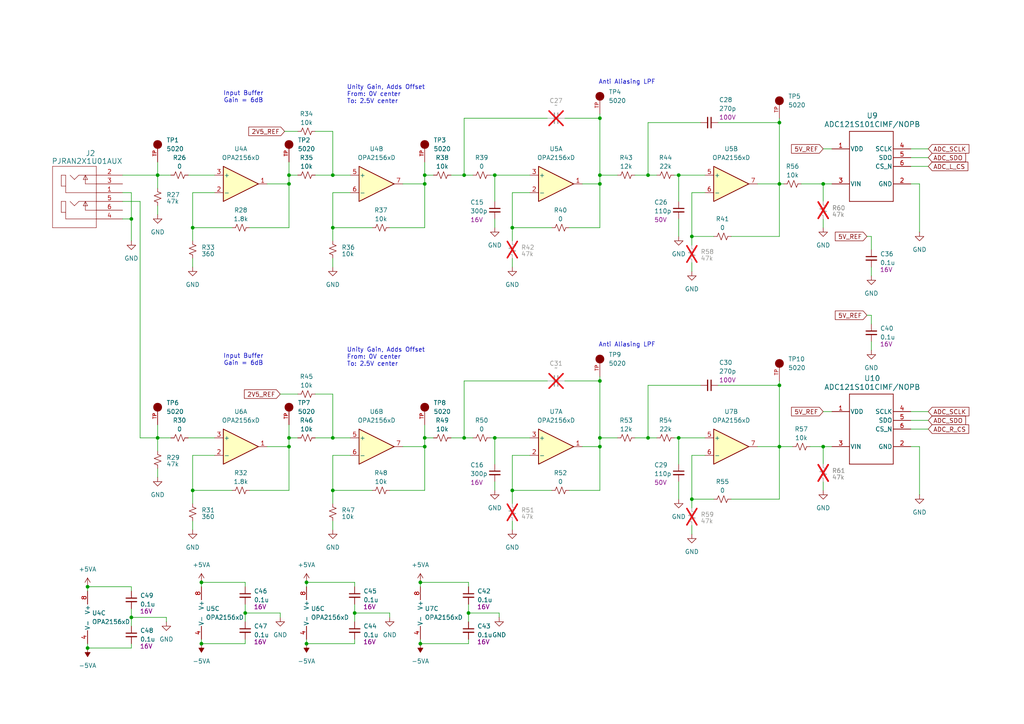
<source format=kicad_sch>
(kicad_sch (version 20231120) (generator "eeschema") (generator_version "8.0")
  (paper "A4")
  (lib_symbols
    (symbol "1_User_Library:5020" (pin_names (offset 1.016))
      (property "Reference" "TP" (at -2.5444 2.5415 0))
      (property "Value" "5020" (at -2.55 -5.0866 0))
      (symbol "5020_0_0"
        (pin passive line (at -5.08 0 0) (length 5.08) (name "~") (number "TP"))
      )
    )
    (symbol "1_User_Library:ADC121S101CIMF_NOPB" (pin_names (offset 0.254))
      (property "Reference" "U" (at 6.35 14.224 0))
      (property "Value" "ADC121S101CIMF/NOPB" (at 6.35 11.684 0))
      (symbol "ADC121S101CIMF_NOPB_0_1"
        (pin power_in line (at -5.08 5.08 0) (length 5.08) (name "VDD") (number "1"))
        (pin power_in line (at 17.78 -5.08 180) (length 5.08) (name "GND") (number "2"))
        (pin input line (at -5.08 -5.08 0) (length 5.08) (name "VIN") (number "3"))
        (pin input line (at 17.78 5.08 180) (length 5.08) (name "SCLK") (number "4"))
        (pin output line (at 17.78 2.54 180) (length 5.08) (name "SDO") (number "5"))
        (pin input line (at 17.78 0 180) (length 5.08) (name "CS_N") (number "6"))
      )
    )
    (symbol "1_User_Library:Capacitor_non_polar" (pin_numbers hide) (pin_names (offset 0.254) hide)
      (property "Reference" "C" (at 0.254 1.778 0))
      (symbol "Capacitor_non_polar_1_1"
        (pin passive line (at 0 2.54 270) (length 2.032) (name "~") (number "1"))
        (pin passive line (at 0 -2.54 90) (length 2.032) (name "~") (number "2"))
      )
    )
    (symbol "1_User_Library:PJRAN2X1U01AUX" (pin_names (offset 0.254))
      (property "Reference" "J" (at 12.065 5.08 0))
      (property "Value" "PJRAN2X1U01AUX" (at 11.938 3.81 0))
      (symbol "PJRAN2X1U01AUX_1_0"
        (pin unspecified line (at -2.54 -5.08 0) (length 7.62) (name "") (number "1"))
        (pin unspecified line (at -2.54 0 0) (length 7.62) (name "") (number "2"))
        (pin unspecified line (at -2.54 -2.54 0) (length 7.62) (name "") (number "3"))
        (pin unspecified line (at -2.54 -12.7 0) (length 7.62) (name "") (number "4"))
        (pin unspecified line (at -2.54 -7.62 0) (length 7.62) (name "") (number "5"))
        (pin unspecified line (at -2.54 -10.16 0) (length 7.62) (name "") (number "6"))
      )
    )
    (symbol "1_User_Library:Resistor" (pin_numbers hide) (pin_names (offset 0.254) hide)
      (property "Reference" "R" (at 0.762 0.508 0))
      (symbol "Resistor_1_1"
        (pin passive line (at 0 2.54 270) (length 1.016) (name "~") (number "1"))
        (pin passive line (at 0 -2.54 90) (length 1.016) (name "~") (number "2"))
      )
    )
    (symbol "Amplifier_Operational:OPA2156xD" (pin_names (offset 0.127))
      (property "Reference" "U" (at 2.54 6.35 0))
      (property "Value" "OPA2156xD" (at 2.54 3.81 0))
      (symbol "OPA2156xD_1_1"
        (pin output line (at 7.62 0 180) (length 2.54) (name "~") (number "1"))
        (pin input line (at -7.62 -2.54 0) (length 2.54) (name "-") (number "2"))
        (pin input line (at -7.62 2.54 0) (length 2.54) (name "+") (number "3"))
      )
      (symbol "OPA2156xD_2_1"
        (pin input line (at -7.62 2.54 0) (length 2.54) (name "+") (number "5"))
        (pin input line (at -7.62 -2.54 0) (length 2.54) (name "-") (number "6"))
        (pin output line (at 7.62 0 180) (length 2.54) (name "~") (number "7"))
      )
      (symbol "OPA2156xD_3_1"
        (pin power_in line (at 0 -7.62 90) (length 3.81) (name "V-") (number "4"))
        (pin power_in line (at 0 7.62 270) (length 3.81) (name "V+") (number "8"))
      )
    )
    (symbol "Capacitor_non_polar_1" (pin_numbers hide) (pin_names (offset 0.254) hide)
      (property "Reference" "C" (at 2.54 1.778 0))
      (property "Value" "val" (at 2.54 0 0))
      (property "Voltage" "Vol" (at 2.54 -2.032 0))
      (symbol "Capacitor_non_polar_1_1_1"
        (pin passive line (at 0 2.54 270) (length 2.032) (name "~") (number "1"))
        (pin passive line (at 0 -2.54 90) (length 2.032) (name "~") (number "2"))
      )
    )
    (symbol "Capacitor_non_polar_5" (pin_numbers hide) (pin_names (offset 0.254) hide)
      (property "Reference" "C" (at 0.254 1.778 0))
      (symbol "Capacitor_non_polar_5_1_1"
        (pin passive line (at 0 2.54 270) (length 2.032) (name "~") (number "1"))
        (pin passive line (at 0 -2.54 90) (length 2.032) (name "~") (number "2"))
      )
    )
    (symbol "Capacitor_non_polar_6" (pin_numbers hide) (pin_names (offset 0.254) hide)
      (property "Reference" "C" (at 0.254 1.778 0))
      (symbol "Capacitor_non_polar_6_1_1"
        (pin passive line (at 0 2.54 270) (length 2.032) (name "~") (number "1"))
        (pin passive line (at 0 -2.54 90) (length 2.032) (name "~") (number "2"))
      )
    )
    (symbol "power:+5VA" (power) (pin_numbers hide) (pin_names (offset 0) hide)
      (property "Value" "+5VA" (at 0 3.556 0))
      (symbol "+5VA_1_1"
        (pin power_in line (at 0 0 90) (length 0) (name "~") (number "1"))
      )
    )
    (symbol "power:-5VA" (power) (pin_numbers hide) (pin_names (offset 0) hide)
      (property "Value" "-5VA" (at 0 3.556 0))
      (symbol "-5VA_0_0"
        (pin power_in line (at 0 0 90) (length 0) (name "~") (number "1"))
      )
    )
    (symbol "power:GND" (power) (pin_numbers hide) (pin_names (offset 0) hide)
      (property "Value" "GND" (at 0 -3.81 0))
      (symbol "GND_1_1"
        (pin power_in line (at 0 0 270) (length 0) (name "~") (number "1"))
      )
    )
  )
  (junction (at 173.99 129.54))
  (junction (at 123.19 53.34))
  (junction (at 134.62 127))
  (junction (at 143.51 127))
  (junction (at 200.66 144.78))
  (junction (at 83.82 129.54))
  (junction (at 226.06 35.56))
  (junction (at 58.42 168.91))
  (junction (at 200.66 68.58))
  (junction (at 238.76 129.54))
  (junction (at 96.52 66.04))
  (junction (at 25.4 170.18))
  (junction (at 135.89 177.8))
  (junction (at 55.88 142.24))
  (junction (at 134.62 50.8))
  (junction (at 96.52 127))
  (junction (at 38.1 179.07))
  (junction (at 173.99 110.49))
  (junction (at 148.59 66.04))
  (junction (at 143.51 50.8))
  (junction (at 173.99 34.29))
  (junction (at 96.52 142.24))
  (junction (at 123.19 50.8))
  (junction (at 121.92 186.69))
  (junction (at 238.76 53.34))
  (junction (at 55.88 66.04))
  (junction (at 148.59 142.24))
  (junction (at 88.9 186.69))
  (junction (at 102.87 177.8))
  (junction (at 25.4 187.96))
  (junction (at 173.99 53.34))
  (junction (at 58.42 186.69))
  (junction (at 196.85 50.8))
  (junction (at 226.06 129.54))
  (junction (at 83.82 53.34))
  (junction (at 88.9 168.91))
  (junction (at 38.1 63.5))
  (junction (at 226.06 111.76))
  (junction (at 121.92 168.91))
  (junction (at 83.82 127))
  (junction (at 173.99 50.8))
  (junction (at 83.82 50.8))
  (junction (at 123.19 129.54))
  (junction (at 187.96 127))
  (junction (at 71.12 177.8))
  (junction (at 196.85 127))
  (junction (at 226.06 53.34))
  (junction (at 173.99 127))
  (junction (at 45.72 50.8))
  (junction (at 187.96 50.8))
  (junction (at 123.19 127))
  (junction (at 45.72 127))
  (junction (at 96.52 50.8))
  (wire (pts (xy 173.99 66.04) (xy 173.99 53.34)))
  (wire (pts (xy 173.99 142.24) (xy 173.99 129.54)))
  (wire (pts (xy 102.87 170.18) (xy 102.87 168.91)))
  (wire (pts (xy 195.58 127) (xy 196.85 127)))
  (wire (pts (xy 226.06 35.56) (xy 226.06 53.34)))
  (wire (pts (xy 130.81 127) (xy 134.62 127)))
  (wire (pts (xy 101.6 55.88) (xy 96.52 55.88)))
  (wire (pts (xy 71.12 175.26) (xy 71.12 177.8)))
  (wire (pts (xy 226.06 129.54) (xy 226.06 144.78)))
  (wire (pts (xy 143.51 127) (xy 143.51 134.62)))
  (wire (pts (xy 200.66 144.78) (xy 200.66 147.32)))
  (wire (pts (xy 264.16 129.54) (xy 266.7 129.54)))
  (wire (pts (xy 102.87 177.8) (xy 102.87 180.34)))
  (wire (pts (xy 148.59 66.04) (xy 160.02 66.04)))
  (wire (pts (xy 204.47 55.88) (xy 200.66 55.88)))
  (wire (pts (xy 102.87 185.42) (xy 102.87 186.69)))
  (wire (pts (xy 238.76 129.54) (xy 241.3 129.54)))
  (wire (pts (xy 264.16 45.72) (xy 269.24 45.72)))
  (wire (pts (xy 71.12 185.42) (xy 71.12 186.69)))
  (wire (pts (xy 173.99 110.49) (xy 173.99 127)))
  (wire (pts (xy 71.12 177.8) (xy 71.12 180.34)))
  (wire (pts (xy 121.92 185.42) (xy 121.92 186.69)))
  (wire (pts (xy 266.7 53.34) (xy 266.7 67.31)))
  (wire (pts (xy 123.19 53.34) (xy 116.84 53.34)))
  (wire (pts (xy 45.72 50.8) (xy 45.72 54.61)))
  (wire (pts (xy 143.51 63.5) (xy 143.51 66.04)))
  (wire (pts (xy 96.52 55.88) (xy 96.52 66.04)))
  (wire (pts (xy 88.9 186.69) (xy 102.87 186.69)))
  (wire (pts (xy 40.64 127) (xy 45.72 127)))
  (wire (pts (xy 83.82 127) (xy 83.82 129.54)))
  (wire (pts (xy 88.9 168.91) (xy 102.87 168.91)))
  (wire (pts (xy 158.75 110.49) (xy 134.62 110.49)))
  (wire (pts (xy 25.4 186.69) (xy 25.4 187.96)))
  (wire (pts (xy 96.52 132.08) (xy 96.52 142.24)))
  (wire (pts (xy 107.95 66.04) (xy 96.52 66.04)))
  (wire (pts (xy 91.44 114.3) (xy 96.52 114.3)))
  (wire (pts (xy 173.99 33.02) (xy 173.99 34.29)))
  (wire (pts (xy 226.06 129.54) (xy 229.87 129.54)))
  (wire (pts (xy 96.52 142.24) (xy 96.52 146.05)))
  (wire (pts (xy 173.99 50.8) (xy 179.07 50.8)))
  (wire (pts (xy 48.26 180.34) (xy 48.26 179.07)))
  (wire (pts (xy 264.16 53.34) (xy 266.7 53.34)))
  (wire (pts (xy 251.46 68.58) (xy 252.73 68.58)))
  (wire (pts (xy 196.85 50.8) (xy 204.47 50.8)))
  (wire (pts (xy 55.88 66.04) (xy 55.88 55.88)))
  (wire (pts (xy 165.1 66.04) (xy 173.99 66.04)))
  (wire (pts (xy 86.36 50.8) (xy 83.82 50.8)))
  (wire (pts (xy 264.16 119.38) (xy 269.24 119.38)))
  (wire (pts (xy 226.06 53.34) (xy 226.06 68.58)))
  (wire (pts (xy 123.19 127) (xy 123.19 129.54)))
  (wire (pts (xy 38.1 176.53) (xy 38.1 179.07)))
  (wire (pts (xy 121.92 168.91) (xy 135.89 168.91)))
  (wire (pts (xy 123.19 66.04) (xy 123.19 53.34)))
  (wire (pts (xy 86.36 127) (xy 83.82 127)))
  (wire (pts (xy 187.96 50.8) (xy 190.5 50.8)))
  (wire (pts (xy 25.4 187.96) (xy 38.1 187.96)))
  (wire (pts (xy 184.15 50.8) (xy 187.96 50.8)))
  (wire (pts (xy 107.95 142.24) (xy 96.52 142.24)))
  (wire (pts (xy 38.1 186.69) (xy 38.1 187.96)))
  (wire (pts (xy 187.96 35.56) (xy 187.96 50.8)))
  (wire (pts (xy 234.95 129.54) (xy 238.76 129.54)))
  (wire (pts (xy 173.99 109.22) (xy 173.99 110.49)))
  (wire (pts (xy 38.1 179.07) (xy 38.1 181.61)))
  (wire (pts (xy 96.52 66.04) (xy 96.52 69.85)))
  (wire (pts (xy 134.62 110.49) (xy 134.62 127)))
  (wire (pts (xy 252.73 77.47) (xy 252.73 80.01)))
  (wire (pts (xy 264.16 124.46) (xy 269.24 124.46)))
  (wire (pts (xy 148.59 74.93) (xy 148.59 77.47)))
  (wire (pts (xy 134.62 127) (xy 137.16 127)))
  (wire (pts (xy 45.72 135.89) (xy 45.72 138.43)))
  (wire (pts (xy 77.47 53.34) (xy 83.82 53.34)))
  (wire (pts (xy 45.72 127) (xy 49.53 127)))
  (wire (pts (xy 148.59 142.24) (xy 160.02 142.24)))
  (wire (pts (xy 58.42 168.91) (xy 71.12 168.91)))
  (wire (pts (xy 91.44 127) (xy 96.52 127)))
  (wire (pts (xy 226.06 53.34) (xy 227.33 53.34)))
  (wire (pts (xy 148.59 55.88) (xy 148.59 66.04)))
  (wire (pts (xy 264.16 121.92) (xy 269.24 121.92)))
  (wire (pts (xy 96.52 127) (xy 101.6 127)))
  (wire (pts (xy 45.72 59.69) (xy 45.72 62.23)))
  (wire (pts (xy 102.87 177.8) (xy 113.03 177.8)))
  (wire (pts (xy 35.56 63.5) (xy 38.1 63.5)))
  (wire (pts (xy 264.16 43.18) (xy 269.24 43.18)))
  (wire (pts (xy 173.99 127) (xy 173.99 129.54)))
  (wire (pts (xy 204.47 132.08) (xy 200.66 132.08)))
  (wire (pts (xy 88.9 185.42) (xy 88.9 186.69)))
  (wire (pts (xy 45.72 123.19) (xy 45.72 127)))
  (wire (pts (xy 148.59 132.08) (xy 148.59 142.24)))
  (wire (pts (xy 77.47 129.54) (xy 83.82 129.54)))
  (wire (pts (xy 125.73 127) (xy 123.19 127)))
  (wire (pts (xy 91.44 38.1) (xy 96.52 38.1)))
  (wire (pts (xy 54.61 50.8) (xy 62.23 50.8)))
  (wire (pts (xy 123.19 50.8) (xy 123.19 53.34)))
  (wire (pts (xy 226.06 110.49) (xy 226.06 111.76)))
  (wire (pts (xy 83.82 53.34) (xy 83.82 66.04)))
  (wire (pts (xy 200.66 68.58) (xy 207.01 68.58)))
  (wire (pts (xy 266.7 129.54) (xy 266.7 143.51)))
  (wire (pts (xy 82.55 38.1) (xy 86.36 38.1)))
  (wire (pts (xy 55.88 132.08) (xy 62.23 132.08)))
  (wire (pts (xy 163.83 34.29) (xy 173.99 34.29)))
  (wire (pts (xy 55.88 55.88) (xy 62.23 55.88)))
  (wire (pts (xy 83.82 129.54) (xy 83.82 142.24)))
  (wire (pts (xy 173.99 50.8) (xy 173.99 53.34)))
  (wire (pts (xy 143.51 50.8) (xy 153.67 50.8)))
  (wire (pts (xy 143.51 127) (xy 153.67 127)))
  (wire (pts (xy 40.64 58.42) (xy 40.64 127)))
  (wire (pts (xy 148.59 142.24) (xy 148.59 146.05)))
  (wire (pts (xy 200.66 68.58) (xy 200.66 71.12)))
  (wire (pts (xy 196.85 139.7) (xy 196.85 144.78)))
  (wire (pts (xy 219.71 129.54) (xy 226.06 129.54)))
  (wire (pts (xy 72.39 142.24) (xy 83.82 142.24)))
  (wire (pts (xy 226.06 34.29) (xy 226.06 35.56)))
  (wire (pts (xy 144.78 179.07) (xy 144.78 177.8)))
  (wire (pts (xy 226.06 111.76) (xy 226.06 129.54)))
  (wire (pts (xy 54.61 127) (xy 62.23 127)))
  (wire (pts (xy 35.56 50.8) (xy 45.72 50.8)))
  (wire (pts (xy 153.67 132.08) (xy 148.59 132.08)))
  (wire (pts (xy 96.52 151.13) (xy 96.52 153.67)))
  (wire (pts (xy 135.89 185.42) (xy 135.89 186.69)))
  (wire (pts (xy 96.52 74.93) (xy 96.52 77.47)))
  (wire (pts (xy 238.76 43.18) (xy 241.3 43.18)))
  (wire (pts (xy 91.44 50.8) (xy 96.52 50.8)))
  (wire (pts (xy 238.76 119.38) (xy 241.3 119.38)))
  (wire (pts (xy 226.06 144.78) (xy 212.09 144.78)))
  (wire (pts (xy 238.76 139.7) (xy 238.76 142.24)))
  (wire (pts (xy 219.71 53.34) (xy 226.06 53.34)))
  (wire (pts (xy 125.73 50.8) (xy 123.19 50.8)))
  (wire (pts (xy 142.24 50.8) (xy 143.51 50.8)))
  (wire (pts (xy 252.73 99.06) (xy 252.73 101.6)))
  (wire (pts (xy 134.62 50.8) (xy 137.16 50.8)))
  (wire (pts (xy 25.4 170.18) (xy 38.1 170.18)))
  (wire (pts (xy 38.1 55.88) (xy 38.1 63.5)))
  (wire (pts (xy 134.62 34.29) (xy 134.62 50.8)))
  (wire (pts (xy 143.51 139.7) (xy 143.51 142.24)))
  (wire (pts (xy 72.39 66.04) (xy 83.82 66.04)))
  (wire (pts (xy 196.85 127) (xy 196.85 134.62)))
  (wire (pts (xy 143.51 50.8) (xy 143.51 58.42)))
  (wire (pts (xy 173.99 127) (xy 179.07 127)))
  (wire (pts (xy 153.67 55.88) (xy 148.59 55.88)))
  (wire (pts (xy 38.1 179.07) (xy 48.26 179.07)))
  (wire (pts (xy 45.72 46.99) (xy 45.72 50.8)))
  (wire (pts (xy 58.42 186.69) (xy 71.12 186.69)))
  (wire (pts (xy 148.59 151.13) (xy 148.59 153.67)))
  (wire (pts (xy 101.6 132.08) (xy 96.52 132.08)))
  (wire (pts (xy 135.89 170.18) (xy 135.89 168.91)))
  (wire (pts (xy 238.76 53.34) (xy 241.3 53.34)))
  (wire (pts (xy 142.24 127) (xy 143.51 127)))
  (wire (pts (xy 88.9 168.91) (xy 88.9 170.18)))
  (wire (pts (xy 123.19 46.99) (xy 123.19 50.8)))
  (wire (pts (xy 200.66 152.4) (xy 200.66 154.94)))
  (wire (pts (xy 45.72 50.8) (xy 49.53 50.8)))
  (wire (pts (xy 252.73 91.44) (xy 252.73 93.98)))
  (wire (pts (xy 55.88 151.13) (xy 55.88 153.67)))
  (wire (pts (xy 173.99 53.34) (xy 168.91 53.34)))
  (wire (pts (xy 35.56 55.88) (xy 38.1 55.88)))
  (wire (pts (xy 130.81 50.8) (xy 134.62 50.8)))
  (wire (pts (xy 135.89 177.8) (xy 135.89 180.34)))
  (wire (pts (xy 45.72 127) (xy 45.72 130.81)))
  (wire (pts (xy 83.82 123.19) (xy 83.82 127)))
  (wire (pts (xy 232.41 53.34) (xy 238.76 53.34)))
  (wire (pts (xy 203.2 111.76) (xy 187.96 111.76)))
  (wire (pts (xy 196.85 50.8) (xy 196.85 58.42)))
  (wire (pts (xy 113.03 66.04) (xy 123.19 66.04)))
  (wire (pts (xy 38.1 63.5) (xy 38.1 69.85)))
  (wire (pts (xy 148.59 66.04) (xy 148.59 69.85)))
  (wire (pts (xy 135.89 177.8) (xy 144.78 177.8)))
  (wire (pts (xy 81.28 179.07) (xy 81.28 177.8)))
  (wire (pts (xy 55.88 142.24) (xy 55.88 132.08)))
  (wire (pts (xy 35.56 58.42) (xy 40.64 58.42)))
  (wire (pts (xy 113.03 142.24) (xy 123.19 142.24)))
  (wire (pts (xy 96.52 38.1) (xy 96.52 50.8)))
  (wire (pts (xy 123.19 123.19) (xy 123.19 127)))
  (wire (pts (xy 55.88 142.24) (xy 55.88 146.05)))
  (wire (pts (xy 71.12 177.8) (xy 81.28 177.8)))
  (wire (pts (xy 195.58 50.8) (xy 196.85 50.8)))
  (wire (pts (xy 135.89 175.26) (xy 135.89 177.8)))
  (wire (pts (xy 173.99 129.54) (xy 168.91 129.54)))
  (wire (pts (xy 200.66 132.08) (xy 200.66 144.78)))
  (wire (pts (xy 196.85 63.5) (xy 196.85 68.58)))
  (wire (pts (xy 83.82 50.8) (xy 83.82 53.34)))
  (wire (pts (xy 123.19 129.54) (xy 116.84 129.54)))
  (wire (pts (xy 113.03 179.07) (xy 113.03 177.8)))
  (wire (pts (xy 71.12 170.18) (xy 71.12 168.91)))
  (wire (pts (xy 238.76 129.54) (xy 238.76 134.62)))
  (wire (pts (xy 208.28 111.76) (xy 226.06 111.76)))
  (wire (pts (xy 226.06 68.58) (xy 212.09 68.58)))
  (wire (pts (xy 196.85 127) (xy 204.47 127)))
  (wire (pts (xy 163.83 110.49) (xy 173.99 110.49)))
  (wire (pts (xy 238.76 53.34) (xy 238.76 58.42)))
  (wire (pts (xy 238.76 63.5) (xy 238.76 66.04)))
  (wire (pts (xy 251.46 91.44) (xy 252.73 91.44)))
  (wire (pts (xy 25.4 170.18) (xy 25.4 171.45)))
  (wire (pts (xy 81.28 114.3) (xy 86.36 114.3)))
  (wire (pts (xy 203.2 35.56) (xy 187.96 35.56)))
  (wire (pts (xy 121.92 168.91) (xy 121.92 170.18)))
  (wire (pts (xy 200.66 144.78) (xy 207.01 144.78)))
  (wire (pts (xy 96.52 114.3) (xy 96.52 127)))
  (wire (pts (xy 96.52 50.8) (xy 101.6 50.8)))
  (wire (pts (xy 123.19 142.24) (xy 123.19 129.54)))
  (wire (pts (xy 58.42 168.91) (xy 58.42 170.18)))
  (wire (pts (xy 158.75 34.29) (xy 134.62 34.29)))
  (wire (pts (xy 187.96 111.76) (xy 187.96 127)))
  (wire (pts (xy 121.92 186.69) (xy 135.89 186.69)))
  (wire (pts (xy 208.28 35.56) (xy 226.06 35.56)))
  (wire (pts (xy 67.31 142.24) (xy 55.88 142.24)))
  (wire (pts (xy 184.15 127) (xy 187.96 127)))
  (wire (pts (xy 252.73 68.58) (xy 252.73 72.39)))
  (wire (pts (xy 165.1 142.24) (xy 173.99 142.24)))
  (wire (pts (xy 58.42 185.42) (xy 58.42 186.69)))
  (wire (pts (xy 55.88 66.04) (xy 55.88 69.85)))
  (wire (pts (xy 187.96 127) (xy 190.5 127)))
  (wire (pts (xy 264.16 48.26) (xy 269.24 48.26)))
  (wire (pts (xy 55.88 74.93) (xy 55.88 77.47)))
  (wire (pts (xy 83.82 46.99) (xy 83.82 50.8)))
  (wire (pts (xy 102.87 175.26) (xy 102.87 177.8)))
  (wire (pts (xy 67.31 66.04) (xy 55.88 66.04)))
  (wire (pts (xy 38.1 171.45) (xy 38.1 170.18)))
  (wire (pts (xy 200.66 55.88) (xy 200.66 68.58)))
  (wire (pts (xy 173.99 34.29) (xy 173.99 50.8)))
  (wire (pts (xy 200.66 76.2) (xy 200.66 78.74)))
  (text "Unity Gain, Adds Offset\nFrom: 0V center\nTo: 2.5V center" (at 100.584 27.432 0) (effects (font (size 1.27 1.27)) (justify left)))
  (text "Unity Gain, Adds Offset\nFrom: 0V center\nTo: 2.5V center" (at 100.584 103.632 0) (effects (font (size 1.27 1.27)) (justify left)))
  (text "Anti Aliasing LPF" (at 181.864 100.076 0) (effects (font (size 1.27 1.27))))
  (text "Anti Aliasing LPF" (at 181.864 23.876 0) (effects (font (size 1.27 1.27))))
  (text "Input Buffer\nGain = 6dB" (at 70.612 104.394 0) (effects (font (size 1.27 1.27))))
  (text "Input Buffer\nGain = 6dB" (at 70.612 28.194 0) (effects (font (size 1.27 1.27))))
  (global_label "ADC_SCLK" (shape input) (at 269.24 43.18 0) (property "Intersheetrefs" "${INTERSHEET_REFS}" (effects (hide yes))))
  (global_label "ADC_SDO" (shape input) (at 269.24 121.92 0) (property "Intersheetrefs" "${INTERSHEET_REFS}" (effects (hide yes))))
  (global_label "ADC_L_CS" (shape input) (at 269.24 48.26 0) (property "Intersheetrefs" "${INTERSHEET_REFS}" (effects (hide yes))))
  (global_label "5V_REF" (shape input) (at 251.46 68.58 180) (property "Intersheetrefs" "${INTERSHEET_REFS}" (effects (hide yes))))
  (global_label "5V_REF" (shape input) (at 238.76 119.38 180) (property "Intersheetrefs" "${INTERSHEET_REFS}" (effects (hide yes))))
  (global_label "2V5_REF" (shape input) (at 81.28 114.3 180) (property "Intersheetrefs" "${INTERSHEET_REFS}" (effects (hide yes))))
  (global_label "2V5_REF" (shape input) (at 82.55 38.1 180) (property "Intersheetrefs" "${INTERSHEET_REFS}" (effects (hide yes))))
  (global_label "5V_REF" (shape input) (at 251.46 91.44 180) (property "Intersheetrefs" "${INTERSHEET_REFS}" (effects (hide yes))))
  (global_label "ADC_SDO" (shape input) (at 269.24 45.72 0) (property "Intersheetrefs" "${INTERSHEET_REFS}" (effects (hide yes))))
  (global_label "ADC_R_CS" (shape input) (at 269.24 124.46 0) (property "Intersheetrefs" "${INTERSHEET_REFS}" (effects (hide yes))))
  (global_label "ADC_SCLK" (shape input) (at 269.24 119.38 0) (property "Intersheetrefs" "${INTERSHEET_REFS}" (effects (hide yes))))
  (global_label "5V_REF" (shape input) (at 238.76 43.18 180) (property "Intersheetrefs" "${INTERSHEET_REFS}" (effects (hide yes))))
  (symbol (lib_id "1_User_Library:Resistor") (at 148.59 72.39 180) (unit 1) (dnp yes)
    (property "Reference" "R42" (at 151.13 71.7549 0) (effects (justify right)))
    (property "Value" "47k" (at 151.13 73.66 0) (effects (justify right)))
    (property "Footprint" "1_User_Library:R_0805_2012Metric_HandSolder" (effects (hide yes)))
    (property "Part Number" "CRCW080547K0FKEA" (effects (hide yes)))
  )
  (symbol (lib_id "1_User_Library:Resistor") (at 209.55 144.78 90) (unit 1)
    (property "Reference" "R55" (at 209.55 139.7 90))
    (property "Value" "0" (at 209.55 142.24 90))
    (property "Footprint" "1_User_Library:R_0805_2012Metric_HandSolder" (effects (hide yes)))
    (property "Part Number" "CRCW08050000FKEA" (effects (hide yes)))
  )
  (symbol (lib_id "1_User_Library:Resistor") (at 88.9 50.8 90) (unit 1)
    (property "Reference" "R35" (at 88.9 45.72 90))
    (property "Value" "10k" (at 88.9 48.26 90))
    (property "Footprint" "1_User_Library:R_0805_2012Metric_HandSolder" (effects (hide yes)))
  )
  (symbol (lib_id "1_User_Library:Resistor") (at 232.41 129.54 90) (unit 1)
    (property "Reference" "R57" (at 232.41 124.46 90))
    (property "Value" "10k" (at 232.41 127 90))
    (property "Footprint" "1_User_Library:R_0805_2012Metric_HandSolder" (effects (hide yes)))
  )
  (symbol (lib_id "1_User_Library:Capacitor_non_polar") (at 135.89 182.88 0) (unit 1)
    (property "Reference" "C43" (at 138.43 181.6162 0) (effects (justify left)))
    (property "Value" "0.1u" (at 138.43 184.1562 0) (effects (justify left)))
    (property "Footprint" "Capacitor_SMD:C_0805_2012Metric_Pad1.18x1.45mm_HandSolder" (effects (hide yes)))
    (property "Part Number" "0805YC104MAT2A" (effects (hide yes)))
    (property "Voltage" "16V" (at 140.208 186.182 0))
  )
  (symbol (lib_id "power:GND") (at 55.88 153.67 0) (unit 1)
    (property "Reference" "#PWR057" (effects (hide yes)))
    (property "Value" "GND" (at 55.88 158.75 0))
    (property "Description" "Power symbol creates a global label with name \"GND\" , ground" (effects (hide yes)))
  )
  (symbol (lib_name "Capacitor_non_polar_6") (lib_id "1_User_Library:Capacitor_non_polar") (at 161.29 110.49 270) (unit 1) (dnp yes)
    (property "Reference" "C31" (at 161.2836 105.41 90))
    (property "Value" "~" (at 161.2836 106.68 90))
    (property "Footprint" "Capacitor_SMD:C_0805_2012Metric_Pad1.18x1.45mm_HandSolder" (effects (hide yes)))
  )
  (symbol (lib_id "power:GND") (at 252.73 101.6 0) (unit 1)
    (property "Reference" "#PWR0107" (effects (hide yes)))
    (property "Value" "GND" (at 252.73 106.68 0))
    (property "Description" "Power symbol creates a global label with name \"GND\" , ground" (effects (hide yes)))
  )
  (symbol (lib_id "1_User_Library:Resistor") (at 55.88 72.39 180) (unit 1)
    (property "Reference" "R33" (at 58.42 71.7549 0) (effects (justify right)))
    (property "Value" "360" (at 58.42 73.66 0) (effects (justify right)))
    (property "Footprint" "1_User_Library:R_0805_2012Metric_HandSolder" (effects (hide yes)))
    (property "Part Number" "CRCW0805360RFKEA" (effects (hide yes)))
  )
  (symbol (lib_id "power:GND") (at 266.7 143.51 0) (unit 1)
    (property "Reference" "#PWR058" (effects (hide yes)))
    (property "Value" "GND" (at 266.7 148.59 0))
    (property "Description" "Power symbol creates a global label with name \"GND\" , ground" (effects (hide yes)))
  )
  (symbol (lib_id "Amplifier_Operational:OPA2156xD") (at 109.22 129.54 0) (unit 2)
    (property "Reference" "U6" (at 109.22 119.38 0))
    (property "Value" "OPA2156xD" (at 109.22 121.92 0))
    (property "Footprint" "Package_SO:SOIC-8_3.9x4.9mm_P1.27mm" (effects (hide yes)))
    (property "Datasheet" "https://www.ti.com/lit/ds/symlink/opa2156.pdf" (effects (hide yes)))
    (property "Description" "Dual 36V, Ultra Low Noise, Rail-to-Rail Input/Output, Low Offset Voltage, Operational Amplifier, SOIC-8" (effects (hide yes)))
    (property "Part Number" "OPA2156xD" (effects (hide yes)))
  )
  (symbol (lib_id "1_User_Library:Resistor") (at 148.59 148.59 180) (unit 1) (dnp yes)
    (property "Reference" "R51" (at 151.13 147.9549 0) (effects (justify right)))
    (property "Value" "47k" (at 151.13 149.86 0) (effects (justify right)))
    (property "Footprint" "1_User_Library:R_0805_2012Metric_HandSolder" (effects (hide yes)))
    (property "Part Number" "CRCW080547K0FKEA" (effects (hide yes)))
  )
  (symbol (lib_id "1_User_Library:Resistor") (at 193.04 127 90) (unit 1)
    (property "Reference" "R54" (at 193.04 121.92 90))
    (property "Value" "22k" (at 193.04 124.46 90))
    (property "Footprint" "1_User_Library:R_0805_2012Metric_HandSolder" (effects (hide yes)))
    (property "Part Number" "CRCW080522K0FKEA" (effects (hide yes)))
  )
  (symbol (lib_id "power:GND") (at 81.28 179.07 0) (unit 1)
    (property "Reference" "#PWR070" (effects (hide yes)))
    (property "Value" "GND" (at 81.28 184.15 0))
    (property "Description" "Power symbol creates a global label with name \"GND\" , ground" (effects (hide yes)))
  )
  (symbol (lib_id "Amplifier_Operational:OPA2156xD") (at 25.4 179.07 0) (unit 3)
    (property "Reference" "U4" (at 26.67 177.7999 0) (effects (justify left)))
    (property "Value" "OPA2156xD" (at 26.67 180.3399 0) (effects (justify left)))
    (property "Footprint" "Package_SO:SOIC-8_3.9x4.9mm_P1.27mm" (effects (hide yes)))
    (property "Datasheet" "https://www.ti.com/lit/ds/symlink/opa2156.pdf" (effects (hide yes)))
    (property "Description" "Dual 36V, Ultra Low Noise, Rail-to-Rail Input/Output, Low Offset Voltage, Operational Amplifier, SOIC-8" (effects (hide yes)))
    (property "Part Number" "OPA2156xD" (effects (hide yes)))
  )
  (symbol (lib_id "1_User_Library:Resistor") (at 88.9 114.3 90) (unit 1)
    (property "Reference" "R45" (at 88.9 109.22 90))
    (property "Value" "10k" (at 88.9 111.76 90))
    (property "Footprint" "1_User_Library:R_0805_2012Metric_HandSolder" (effects (hide yes)))
  )
  (symbol (lib_id "1_User_Library:Resistor") (at 88.9 38.1 90) (unit 1)
    (property "Reference" "R34" (at 88.9 33.02 90))
    (property "Value" "10k" (at 88.9 35.56 90))
    (property "Footprint" "1_User_Library:R_0805_2012Metric_HandSolder" (effects (hide yes)))
  )
  (symbol (lib_id "1_User_Library:Resistor") (at 209.55 68.58 90) (unit 1)
    (property "Reference" "R41" (at 209.55 63.5 90))
    (property "Value" "0" (at 209.55 66.04 90))
    (property "Footprint" "1_User_Library:R_0805_2012Metric_HandSolder" (effects (hide yes)))
    (property "Part Number" "CRCW08050000FKEA" (effects (hide yes)))
  )
  (symbol (lib_id "1_User_Library:Resistor") (at 238.76 137.16 180) (unit 1) (dnp yes)
    (property "Reference" "R61" (at 241.3 136.5249 0) (effects (justify right)))
    (property "Value" "47k" (at 241.3 138.43 0) (effects (justify right)))
    (property "Footprint" "1_User_Library:R_0805_2012Metric_HandSolder" (effects (hide yes)))
    (property "Part Number" "CRCW080547K0FKEA" (effects (hide yes)))
  )
  (symbol (lib_id "1_User_Library:Resistor") (at 181.61 127 90) (unit 1)
    (property "Reference" "R53" (at 181.61 121.92 90))
    (property "Value" "12k" (at 181.61 124.46 90))
    (property "Footprint" "1_User_Library:R_0805_2012Metric_HandSolder" (effects (hide yes)))
    (property "Part Number" "CRCW080512K0FKEA " (effects (hide yes)))
  )
  (symbol (lib_id "1_User_Library:Capacitor_non_polar") (at 38.1 173.99 0) (unit 1)
    (property "Reference" "C49" (at 40.64 172.7262 0) (effects (justify left)))
    (property "Value" "0.1u" (at 40.64 175.2662 0) (effects (justify left)))
    (property "Footprint" "Capacitor_SMD:C_0805_2012Metric_Pad1.18x1.45mm_HandSolder" (effects (hide yes)))
    (property "Part Number" "0805YC104MAT2A" (effects (hide yes)))
    (property "Voltage" "16V" (at 42.418 177.292 0))
  )
  (symbol (lib_id "power:GND") (at 45.72 62.23 0) (unit 1)
    (property "Reference" "#PWR076" (effects (hide yes)))
    (property "Value" "GND" (at 45.72 67.31 0))
    (property "Description" "Power symbol creates a global label with name \"GND\" , ground" (effects (hide yes)))
  )
  (symbol (lib_id "1_User_Library:Capacitor_non_polar") (at 102.87 182.88 0) (unit 1)
    (property "Reference" "C44" (at 105.41 181.6162 0) (effects (justify left)))
    (property "Value" "0.1u" (at 105.41 184.1562 0) (effects (justify left)))
    (property "Footprint" "Capacitor_SMD:C_0805_2012Metric_Pad1.18x1.45mm_HandSolder" (effects (hide yes)))
    (property "Part Number" "0805YC104MAT2A" (effects (hide yes)))
    (property "Voltage" "16V" (at 107.188 186.182 0))
  )
  (symbol (lib_name "Capacitor_non_polar_5") (lib_id "1_User_Library:Capacitor_non_polar") (at 161.29 34.29 270) (unit 1) (dnp yes)
    (property "Reference" "C27" (at 161.2836 29.21 90))
    (property "Value" "~" (at 161.2836 30.48 90))
    (property "Footprint" "Capacitor_SMD:C_0805_2012Metric_Pad1.18x1.45mm_HandSolder" (effects (hide yes)))
  )
  (symbol (lib_id "power:GND") (at 252.73 80.01 0) (unit 1)
    (property "Reference" "#PWR036" (effects (hide yes)))
    (property "Value" "GND" (at 252.73 85.09 0))
    (property "Description" "Power symbol creates a global label with name \"GND\" , ground" (effects (hide yes)))
  )
  (symbol (lib_id "power:GND") (at 96.52 153.67 0) (unit 1)
    (property "Reference" "#PWR048" (effects (hide yes)))
    (property "Value" "GND" (at 96.52 158.75 0))
    (property "Description" "Power symbol creates a global label with name \"GND\" , ground" (effects (hide yes)))
  )
  (symbol (lib_id "1_User_Library:5020") (at 83.82 41.91 90) (unit 1)
    (property "Reference" "TP2" (at 86.36 40.6399 90) (effects (justify right)))
    (property "Value" "5020" (at 86.36 43.1799 90) (effects (justify right)))
    (property "Footprint" "1_User_Library:KEYSTONE_5020" (effects (hide yes)))
    (property "PARTREV" "C" (effects (hide yes)))
    (property "MANUFACTURER" "Keystone Electronics" (effects (hide yes)))
    (property "SNAPEDA_PN" "5020" (effects (hide yes)))
    (property "MAXIMUM_PACKAGE_HEIGHT" "5.08 mm" (effects (hide yes)))
    (property "STANDARD" "Manufacturer Recommendations" (effects (hide yes)))
  )
  (symbol (lib_id "1_User_Library:Capacitor_non_polar") (at 71.12 172.72 0) (unit 1)
    (property "Reference" "C46" (at 73.66 171.4562 0) (effects (justify left)))
    (property "Value" "0.1u" (at 73.66 173.9962 0) (effects (justify left)))
    (property "Footprint" "Capacitor_SMD:C_0805_2012Metric_Pad1.18x1.45mm_HandSolder" (effects (hide yes)))
    (property "Part Number" "0805YC104MAT2A" (effects (hide yes)))
    (property "Voltage" "16V" (at 75.438 176.022 0))
  )
  (symbol (lib_id "1_User_Library:5020") (at 226.06 29.21 90) (unit 1)
    (property "Reference" "TP5" (at 228.6 27.9399 90) (effects (justify right)))
    (property "Value" "5020" (at 228.6 30.4799 90) (effects (justify right)))
    (property "Footprint" "1_User_Library:KEYSTONE_5020" (effects (hide yes)))
    (property "PARTREV" "C" (effects (hide yes)))
    (property "MANUFACTURER" "Keystone Electronics" (effects (hide yes)))
    (property "SNAPEDA_PN" "5020" (effects (hide yes)))
    (property "MAXIMUM_PACKAGE_HEIGHT" "5.08 mm" (effects (hide yes)))
    (property "STANDARD" "Manufacturer Recommendations" (effects (hide yes)))
  )
  (symbol (lib_id "power:-5VA") (at 58.42 186.69 180) (unit 1)
    (property "Reference" "#PWR042" (effects (hide yes)))
    (property "Value" "-5VA" (at 58.42 191.77 0))
    (property "Description" "Power symbol creates a global label with name \"-5VA\"" (effects (hide yes)))
  )
  (symbol (lib_name "Capacitor_non_polar_1") (lib_id "1_User_Library:Capacitor_non_polar") (at 196.85 137.16 0) (unit 1)
    (property "Reference" "C29" (at 189.738 134.874 0) (effects (justify left)))
    (property "Value" "110p" (at 189.738 137.414 0) (effects (justify left)))
    (property "Footprint" "Capacitor_SMD:C_0805_2012Metric_Pad1.18x1.45mm_HandSolder" (effects (hide yes)))
    (property "Description" "CAP, MLCC, 110P, 50V, 0805" (effects (hide yes)))
    (property "Part Number" "08055U111FAT2A" (effects (hide yes)))
    (property "Voltage" "50V" (at 189.738 139.954 0) (effects (justify left)))
  )
  (symbol (lib_id "power:GND") (at 144.78 179.07 0) (unit 1)
    (property "Reference" "#PWR072" (effects (hide yes)))
    (property "Value" "GND" (at 144.78 184.15 0))
    (property "Description" "Power symbol creates a global label with name \"GND\" , ground" (effects (hide yes)))
  )
  (symbol (lib_id "1_User_Library:Capacitor_non_polar") (at 252.73 74.93 0) (unit 1)
    (property "Reference" "C36" (at 255.27 73.6662 0) (effects (justify left)))
    (property "Value" "0.1u" (at 255.27 76.2062 0) (effects (justify left)))
    (property "Footprint" "Capacitor_SMD:C_0805_2012Metric_Pad1.18x1.45mm_HandSolder" (effects (hide yes)))
    (property "Part Number" "0805YC104MAT2A" (effects (hide yes)))
    (property "Voltage" "16V" (at 257.048 78.232 0))
  )
  (symbol (lib_id "1_User_Library:Resistor") (at 139.7 127 90) (unit 1)
    (property "Reference" "R50" (at 139.7 121.92 90))
    (property "Value" "0" (at 139.7 124.46 90))
    (property "Footprint" "1_User_Library:R_0805_2012Metric_HandSolder" (effects (hide yes)))
    (property "Part Number" "CRCW08050000FKEA" (effects (hide yes)))
  )
  (symbol (lib_id "1_User_Library:5020") (at 45.72 118.11 90) (unit 1)
    (property "Reference" "TP6" (at 48.26 116.8399 90) (effects (justify right)))
    (property "Value" "5020" (at 48.26 119.3799 90) (effects (justify right)))
    (property "Footprint" "1_User_Library:KEYSTONE_5020" (effects (hide yes)))
    (property "PARTREV" "C" (effects (hide yes)))
    (property "MANUFACTURER" "Keystone Electronics" (effects (hide yes)))
    (property "SNAPEDA_PN" "5020" (effects (hide yes)))
    (property "MAXIMUM_PACKAGE_HEIGHT" "5.08 mm" (effects (hide yes)))
    (property "STANDARD" "Manufacturer Recommendations" (effects (hide yes)))
  )
  (symbol (lib_name "Capacitor_non_polar_1") (lib_id "1_User_Library:Capacitor_non_polar") (at 196.85 60.96 0) (unit 1)
    (property "Reference" "C26" (at 189.738 58.674 0) (effects (justify left)))
    (property "Value" "110p" (at 189.738 61.214 0) (effects (justify left)))
    (property "Footprint" "Capacitor_SMD:C_0805_2012Metric_Pad1.18x1.45mm_HandSolder" (effects (hide yes)))
    (property "Description" "CAP, MLCC, 110P, 50V, 0805" (effects (hide yes)))
    (property "Part Number" "08055U111FAT2A" (effects (hide yes)))
    (property "Voltage" "50V" (at 189.738 63.754 0) (effects (justify left)))
  )
  (symbol (lib_id "power:GND") (at 143.51 142.24 0) (unit 1)
    (property "Reference" "#PWR047" (effects (hide yes)))
    (property "Value" "GND" (at 143.51 147.32 0))
    (property "Description" "Power symbol creates a global label with name \"GND\" , ground" (effects (hide yes)))
  )
  (symbol (lib_id "Amplifier_Operational:OPA2156xD") (at 109.22 53.34 0) (unit 2)
    (property "Reference" "U4" (at 109.22 43.18 0))
    (property "Value" "OPA2156xD" (at 109.22 45.72 0))
    (property "Footprint" "Package_SO:SOIC-8_3.9x4.9mm_P1.27mm" (effects (hide yes)))
    (property "Datasheet" "https://www.ti.com/lit/ds/symlink/opa2156.pdf" (effects (hide yes)))
    (property "Description" "Dual 36V, Ultra Low Noise, Rail-to-Rail Input/Output, Low Offset Voltage, Operational Amplifier, SOIC-8" (effects (hide yes)))
    (property "Part Number" "OPA2156xD" (effects (hide yes)))
  )
  (symbol (lib_id "power:GND") (at 200.66 78.74 0) (unit 1)
    (property "Reference" "#PWR039" (effects (hide yes)))
    (property "Value" "GND" (at 200.66 83.82 0))
    (property "Description" "Power symbol creates a global label with name \"GND\" , ground" (effects (hide yes)))
  )
  (symbol (lib_id "Amplifier_Operational:OPA2156xD") (at 212.09 129.54 0) (unit 2)
    (property "Reference" "U7" (at 212.09 119.38 0))
    (property "Value" "OPA2156xD" (at 212.09 121.92 0))
    (property "Footprint" "Package_SO:SOIC-8_3.9x4.9mm_P1.27mm" (effects (hide yes)))
    (property "Datasheet" "https://www.ti.com/lit/ds/symlink/opa2156.pdf" (effects (hide yes)))
    (property "Description" "Dual 36V, Ultra Low Noise, Rail-to-Rail Input/Output, Low Offset Voltage, Operational Amplifier, SOIC-8" (effects (hide yes)))
    (property "Part Number" "OPA2156xD" (effects (hide yes)))
  )
  (symbol (lib_id "1_User_Library:Resistor") (at 110.49 142.24 90) (unit 1)
    (property "Reference" "R48" (at 110.49 137.16 90))
    (property "Value" "10k" (at 110.49 139.7 90))
    (property "Footprint" "1_User_Library:R_0805_2012Metric_HandSolder" (effects (hide yes)))
  )
  (symbol (lib_id "1_User_Library:PJRAN2X1U01AUX") (at 33.02 50.8 0) (mirror y) (unit 1)
    (property "Reference" "J2" (at 27.686 44.45 0) (effects (font (size 1.524 1.524)) (justify left)))
    (property "Value" "PJRAN2X1U01AUX" (at 35.56 46.736 0) (effects (font (size 1.524 1.524)) (justify left)))
    (property "Footprint" "1_User_Library:CONN6_984x394_SWC_BS" (effects (hide yes)))
    (property "Datasheet" "PJRAN2X1U01AUX" (effects (hide yes)))
    (property "Part Number" "PJRAN2X1U01AUX" (effects (hide yes)))
  )
  (symbol (lib_id "1_User_Library:ADC121S101CIMF_NOPB") (at 246.38 124.46 0) (unit 1)
    (property "Reference" "U10" (at 252.984 109.728 0) (effects (font (size 1.524 1.524))))
    (property "Value" "ADC121S101CIMF/NOPB" (at 252.984 112.268 0) (effects (font (size 1.524 1.524))))
    (property "Footprint" "DBV0006A_N" (effects (hide yes)))
    (property "Datasheet" "ADC121S101CIMF/NOPB" (effects (hide yes)))
    (property "Part Number" "ADC121S101CIMF/NOPB" (effects (hide yes)))
  )
  (symbol (lib_id "1_User_Library:Resistor") (at 88.9 127 90) (unit 1)
    (property "Reference" "R46" (at 88.9 121.92 90))
    (property "Value" "10k" (at 88.9 124.46 90))
    (property "Footprint" "1_User_Library:R_0805_2012Metric_HandSolder" (effects (hide yes)))
  )
  (symbol (lib_id "power:+5VA") (at 121.92 168.91 0) (unit 1)
    (property "Reference" "#PWR051" (effects (hide yes)))
    (property "Value" "+5VA" (at 121.92 163.83 0))
    (property "Description" "Power symbol creates a global label with name \"+5VA\"" (effects (hide yes)))
  )
  (symbol (lib_id "power:GND") (at 196.85 144.78 0) (unit 1)
    (property "Reference" "#PWR045" (effects (hide yes)))
    (property "Value" "GND" (at 196.85 149.86 0))
    (property "Description" "Power symbol creates a global label with name \"GND\" , ground" (effects (hide yes)))
  )
  (symbol (lib_name "Capacitor_non_polar_1") (lib_id "1_User_Library:Capacitor_non_polar") (at 205.74 35.56 270) (unit 1)
    (property "Reference" "C28" (at 208.534 28.956 90) (effects (justify left)))
    (property "Value" "270p" (at 208.534 31.496 90) (effects (justify left)))
    (property "Footprint" "Capacitor_SMD:C_0805_2012Metric_Pad1.18x1.45mm_HandSolder" (effects (hide yes)))
    (property "Description" "CAP, MLCC, 270P, 100V, 0805" (effects (hide yes)))
    (property "Part Number" "08051A271KAT2A" (effects (hide yes)))
    (property "Voltage" "100V" (at 208.534 34.036 90) (effects (justify left)))
  )
  (symbol (lib_id "Amplifier_Operational:OPA2156xD") (at 69.85 53.34 0) (unit 1)
    (property "Reference" "U4" (at 69.85 43.18 0))
    (property "Value" "OPA2156xD" (at 69.85 45.72 0))
    (property "Footprint" "Package_SO:SOIC-8_3.9x4.9mm_P1.27mm" (effects (hide yes)))
    (property "Datasheet" "https://www.ti.com/lit/ds/symlink/opa2156.pdf" (effects (hide yes)))
    (property "Description" "Dual 36V, Ultra Low Noise, Rail-to-Rail Input/Output, Low Offset Voltage, Operational Amplifier, SOIC-8" (effects (hide yes)))
    (property "Part Number" "OPA2156xD" (effects (hide yes)))
  )
  (symbol (lib_id "power:GND") (at 55.88 77.47 0) (unit 1)
    (property "Reference" "#PWR056" (effects (hide yes)))
    (property "Value" "GND" (at 55.88 82.55 0))
    (property "Description" "Power symbol creates a global label with name \"GND\" , ground" (effects (hide yes)))
  )
  (symbol (lib_id "power:GND") (at 148.59 153.67 0) (unit 1)
    (property "Reference" "#PWR046" (effects (hide yes)))
    (property "Value" "GND" (at 148.59 158.75 0))
    (property "Description" "Power symbol creates a global label with name \"GND\" , ground" (effects (hide yes)))
  )
  (symbol (lib_id "1_User_Library:Resistor") (at 96.52 72.39 180) (unit 1)
    (property "Reference" "R36" (at 99.06 71.7549 0) (effects (justify right)))
    (property "Value" "10k" (at 99.06 73.66 0) (effects (justify right)))
    (property "Footprint" "1_User_Library:R_0805_2012Metric_HandSolder" (effects (hide yes)))
  )
  (symbol (lib_id "power:GND") (at 238.76 142.24 0) (unit 1)
    (property "Reference" "#PWR043" (effects (hide yes)))
    (property "Value" "GND" (at 238.76 147.32 0))
    (property "Description" "Power symbol creates a global label with name \"GND\" , ground" (effects (hide yes)))
  )
  (symbol (lib_id "1_User_Library:Resistor") (at 52.07 127 90) (unit 1)
    (property "Reference" "R30" (at 52.07 121.92 90))
    (property "Value" "0" (at 52.07 124.46 90))
    (property "Footprint" "1_User_Library:R_0805_2012Metric_HandSolder" (effects (hide yes)))
    (property "Part Number" "CRCW08050000FKEA" (effects (hide yes)))
  )
  (symbol (lib_id "power:GND") (at 45.72 138.43 0) (unit 1)
    (property "Reference" "#PWR054" (effects (hide yes)))
    (property "Value" "GND" (at 45.72 143.51 0))
    (property "Description" "Power symbol creates a global label with name \"GND\" , ground" (effects (hide yes)))
  )
  (symbol (lib_id "1_User_Library:Resistor") (at 128.27 127 90) (unit 1)
    (property "Reference" "R49" (at 128.27 121.92 90))
    (property "Value" "10k" (at 128.27 124.46 90))
    (property "Footprint" "1_User_Library:R_0805_2012Metric_HandSolder" (effects (hide yes)))
  )
  (symbol (lib_id "1_User_Library:Resistor") (at 200.66 73.66 180) (unit 1) (dnp yes)
    (property "Reference" "R58" (at 203.2 73.0249 0) (effects (justify right)))
    (property "Value" "47k" (at 203.2 74.93 0) (effects (justify right)))
    (property "Footprint" "1_User_Library:R_0805_2012Metric_HandSolder" (effects (hide yes)))
    (property "Part Number" "CRCW080547K0FKEA" (effects (hide yes)))
  )
  (symbol (lib_id "1_User_Library:Resistor") (at 69.85 142.24 90) (unit 1)
    (property "Reference" "R32" (at 69.85 137.16 90))
    (property "Value" "1.8k" (at 69.85 139.7 90))
    (property "Footprint" "1_User_Library:R_0805_2012Metric_HandSolder" (effects (hide yes)))
    (property "Part Number" "CRCW08051K80FKEA" (effects (hide yes)))
  )
  (symbol (lib_id "Amplifier_Operational:OPA2156xD") (at 161.29 53.34 0) (unit 1)
    (property "Reference" "U5" (at 161.29 43.18 0))
    (property "Value" "OPA2156xD" (at 161.29 45.72 0))
    (property "Footprint" "Package_SO:SOIC-8_3.9x4.9mm_P1.27mm" (effects (hide yes)))
    (property "Datasheet" "https://www.ti.com/lit/ds/symlink/opa2156.pdf" (effects (hide yes)))
    (property "Description" "Dual 36V, Ultra Low Noise, Rail-to-Rail Input/Output, Low Offset Voltage, Operational Amplifier, SOIC-8" (effects (hide yes)))
    (property "Part Number" "OPA2156xD" (effects (hide yes)))
  )
  (symbol (lib_id "1_User_Library:5020") (at 123.19 118.11 90) (unit 1)
    (property "Reference" "TP8" (at 125.73 116.8399 90) (effects (justify right)))
    (property "Value" "5020" (at 125.73 119.3799 90) (effects (justify right)))
    (property "Footprint" "1_User_Library:KEYSTONE_5020" (effects (hide yes)))
    (property "PARTREV" "C" (effects (hide yes)))
    (property "MANUFACTURER" "Keystone Electronics" (effects (hide yes)))
    (property "SNAPEDA_PN" "5020" (effects (hide yes)))
    (property "MAXIMUM_PACKAGE_HEIGHT" "5.08 mm" (effects (hide yes)))
    (property "STANDARD" "Manufacturer Recommendations" (effects (hide yes)))
  )
  (symbol (lib_id "power:+5VA") (at 88.9 168.91 0) (unit 1)
    (property "Reference" "#PWR049" (effects (hide yes)))
    (property "Value" "+5VA" (at 88.9 163.83 0))
    (property "Description" "Power symbol creates a global label with name \"+5VA\"" (effects (hide yes)))
  )
  (symbol (lib_id "power:GND") (at 148.59 77.47 0) (unit 1)
    (property "Reference" "#PWR041" (effects (hide yes)))
    (property "Value" "GND" (at 148.59 82.55 0))
    (property "Description" "Power symbol creates a global label with name \"GND\" , ground" (effects (hide yes)))
  )
  (symbol (lib_id "power:+5VA") (at 25.4 170.18 0) (unit 1)
    (property "Reference" "#PWR034" (effects (hide yes)))
    (property "Value" "+5VA" (at 25.4 165.1 0))
    (property "Description" "Power symbol creates a global label with name \"+5VA\"" (effects (hide yes)))
  )
  (symbol (lib_id "1_User_Library:Capacitor_non_polar") (at 102.87 172.72 0) (unit 1)
    (property "Reference" "C45" (at 105.41 171.4562 0) (effects (justify left)))
    (property "Value" "0.1u" (at 105.41 173.9962 0) (effects (justify left)))
    (property "Footprint" "Capacitor_SMD:C_0805_2012Metric_Pad1.18x1.45mm_HandSolder" (effects (hide yes)))
    (property "Part Number" "0805YC104MAT2A" (effects (hide yes)))
    (property "Voltage" "16V" (at 107.188 176.022 0))
  )
  (symbol (lib_id "1_User_Library:Resistor") (at 45.72 133.35 180) (unit 1)
    (property "Reference" "R29" (at 48.26 132.7149 0) (effects (justify right)))
    (property "Value" "47k" (at 48.26 134.62 0) (effects (justify right)))
    (property "Footprint" "1_User_Library:R_0805_2012Metric_HandSolder" (effects (hide yes)))
    (property "Part Number" "CRCW080547K0FKEA" (effects (hide yes)))
  )
  (symbol (lib_id "1_User_Library:5020") (at 226.06 105.41 90) (unit 1)
    (property "Reference" "TP10" (at 228.6 104.1399 90) (effects (justify right)))
    (property "Value" "5020" (at 228.6 106.6799 90) (effects (justify right)))
    (property "Footprint" "1_User_Library:KEYSTONE_5020" (effects (hide yes)))
    (property "PARTREV" "C" (effects (hide yes)))
    (property "MANUFACTURER" "Keystone Electronics" (effects (hide yes)))
    (property "SNAPEDA_PN" "5020" (effects (hide yes)))
    (property "MAXIMUM_PACKAGE_HEIGHT" "5.08 mm" (effects (hide yes)))
    (property "STANDARD" "Manufacturer Recommendations" (effects (hide yes)))
  )
  (symbol (lib_id "power:GND") (at 38.1 69.85 0) (unit 1)
    (property "Reference" "#PWR0121" (effects (hide yes)))
    (property "Value" "GND" (at 38.1 74.93 0))
    (property "Description" "Power symbol creates a global label with name \"GND\" , ground" (effects (hide yes)))
  )
  (symbol (lib_id "1_User_Library:Resistor") (at 69.85 66.04 90) (unit 1)
    (property "Reference" "R28" (at 69.85 60.96 90))
    (property "Value" "1.8k" (at 69.85 63.5 90))
    (property "Footprint" "1_User_Library:R_0805_2012Metric_HandSolder" (effects (hide yes)))
    (property "Part Number" "CRCW08051K80FKEA" (effects (hide yes)))
  )
  (symbol (lib_id "1_User_Library:Resistor") (at 181.61 50.8 90) (unit 1)
    (property "Reference" "R43" (at 181.61 45.72 90))
    (property "Value" "12k" (at 181.61 48.26 90))
    (property "Footprint" "1_User_Library:R_0805_2012Metric_HandSolder" (effects (hide yes)))
    (property "Part Number" "CRCW080512K0FKEA " (effects (hide yes)))
  )
  (symbol (lib_id "1_User_Library:5020") (at 173.99 27.94 90) (unit 1)
    (property "Reference" "TP4" (at 176.53 26.6699 90) (effects (justify right)))
    (property "Value" "5020" (at 176.53 29.2099 90) (effects (justify right)))
    (property "Footprint" "1_User_Library:KEYSTONE_5020" (effects (hide yes)))
    (property "PARTREV" "C" (effects (hide yes)))
    (property "MANUFACTURER" "Keystone Electronics" (effects (hide yes)))
    (property "SNAPEDA_PN" "5020" (effects (hide yes)))
    (property "MAXIMUM_PACKAGE_HEIGHT" "5.08 mm" (effects (hide yes)))
    (property "STANDARD" "Manufacturer Recommendations" (effects (hide yes)))
  )
  (symbol (lib_id "1_User_Library:5020") (at 123.19 41.91 90) (unit 1)
    (property "Reference" "TP3" (at 125.73 40.6399 90) (effects (justify right)))
    (property "Value" "5020" (at 125.73 43.1799 90) (effects (justify right)))
    (property "Footprint" "1_User_Library:KEYSTONE_5020" (effects (hide yes)))
    (property "PARTREV" "C" (effects (hide yes)))
    (property "MANUFACTURER" "Keystone Electronics" (effects (hide yes)))
    (property "SNAPEDA_PN" "5020" (effects (hide yes)))
    (property "MAXIMUM_PACKAGE_HEIGHT" "5.08 mm" (effects (hide yes)))
    (property "STANDARD" "Manufacturer Recommendations" (effects (hide yes)))
  )
  (symbol (lib_id "1_User_Library:Capacitor_non_polar") (at 252.73 96.52 0) (unit 1)
    (property "Reference" "C40" (at 255.27 95.2562 0) (effects (justify left)))
    (property "Value" "0.1u" (at 255.27 97.7962 0) (effects (justify left)))
    (property "Footprint" "Capacitor_SMD:C_0805_2012Metric_Pad1.18x1.45mm_HandSolder" (effects (hide yes)))
    (property "Part Number" "0805YC104MAT2A" (effects (hide yes)))
    (property "Voltage" "16V" (at 257.048 99.822 0))
  )
  (symbol (lib_id "1_User_Library:5020") (at 45.72 41.91 90) (unit 1)
    (property "Reference" "TP1" (at 48.26 40.6399 90) (effects (justify right)))
    (property "Value" "5020" (at 48.26 43.1799 90) (effects (justify right)))
    (property "Footprint" "1_User_Library:KEYSTONE_5020" (effects (hide yes)))
    (property "PARTREV" "C" (effects (hide yes)))
    (property "MANUFACTURER" "Keystone Electronics" (effects (hide yes)))
    (property "SNAPEDA_PN" "5020" (effects (hide yes)))
    (property "MAXIMUM_PACKAGE_HEIGHT" "5.08 mm" (effects (hide yes)))
    (property "STANDARD" "Manufacturer Recommendations" (effects (hide yes)))
  )
  (symbol (lib_id "1_User_Library:Resistor") (at 52.07 50.8 90) (unit 1)
    (property "Reference" "R26" (at 52.07 45.72 90))
    (property "Value" "0" (at 52.07 48.26 90))
    (property "Footprint" "1_User_Library:R_0805_2012Metric_HandSolder" (effects (hide yes)))
    (property "Part Number" "CRCW08050000FKEA" (effects (hide yes)))
  )
  (symbol (lib_id "power:+5VA") (at 58.42 168.91 0) (unit 1)
    (property "Reference" "#PWR038" (effects (hide yes)))
    (property "Value" "+5VA" (at 58.42 163.83 0))
    (property "Description" "Power symbol creates a global label with name \"+5VA\"" (effects (hide yes)))
  )
  (symbol (lib_id "1_User_Library:Resistor") (at 238.76 60.96 180) (unit 1) (dnp yes)
    (property "Reference" "R60" (at 241.3 60.3249 0) (effects (justify right)))
    (property "Value" "47k" (at 241.3 62.23 0) (effects (justify right)))
    (property "Footprint" "1_User_Library:R_0805_2012Metric_HandSolder" (effects (hide yes)))
    (property "Part Number" "CRCW080547K0FKEA" (effects (hide yes)))
  )
  (symbol (lib_id "power:GND") (at 266.7 67.31 0) (unit 1)
    (property "Reference" "#PWR035" (effects (hide yes)))
    (property "Value" "GND" (at 266.7 72.39 0))
    (property "Description" "Power symbol creates a global label with name \"GND\" , ground" (effects (hide yes)))
  )
  (symbol (lib_id "1_User_Library:5020") (at 83.82 118.11 90) (unit 1)
    (property "Reference" "TP7" (at 86.36 116.8399 90) (effects (justify right)))
    (property "Value" "5020" (at 86.36 119.3799 90) (effects (justify right)))
    (property "Footprint" "1_User_Library:KEYSTONE_5020" (effects (hide yes)))
    (property "PARTREV" "C" (effects (hide yes)))
    (property "MANUFACTURER" "Keystone Electronics" (effects (hide yes)))
    (property "SNAPEDA_PN" "5020" (effects (hide yes)))
    (property "MAXIMUM_PACKAGE_HEIGHT" "5.08 mm" (effects (hide yes)))
    (property "STANDARD" "Manufacturer Recommendations" (effects (hide yes)))
  )
  (symbol (lib_id "1_User_Library:Resistor") (at 110.49 66.04 90) (unit 1)
    (property "Reference" "R37" (at 110.49 60.96 90))
    (property "Value" "10k" (at 110.49 63.5 90))
    (property "Footprint" "1_User_Library:R_0805_2012Metric_HandSolder" (effects (hide yes)))
  )
  (symbol (lib_id "1_User_Library:ADC121S101CIMF_NOPB") (at 246.38 48.26 0) (unit 1)
    (property "Reference" "U9" (at 252.984 33.528 0) (effects (font (size 1.524 1.524))))
    (property "Value" "ADC121S101CIMF/NOPB" (at 252.984 36.068 0) (effects (font (size 1.524 1.524))))
    (property "Footprint" "DBV0006A_N" (effects (hide yes)))
    (property "Datasheet" "ADC121S101CIMF/NOPB" (effects (hide yes)))
    (property "Part Number" "ADC121S101CIMF/NOPB" (effects (hide yes)))
  )
  (symbol (lib_name "Capacitor_non_polar_1") (lib_id "1_User_Library:Capacitor_non_polar") (at 205.74 111.76 270) (unit 1)
    (property "Reference" "C30" (at 208.534 105.156 90) (effects (justify left)))
    (property "Value" "270p" (at 208.534 107.696 90) (effects (justify left)))
    (property "Footprint" "Capacitor_SMD:C_0805_2012Metric_Pad1.18x1.45mm_HandSolder" (effects (hide yes)))
    (property "Description" "CAP, MLCC, 270P, 100V, 0805" (effects (hide yes)))
    (property "Part Number" "08051A271KAT2A" (effects (hide yes)))
    (property "Voltage" "100V" (at 208.534 110.236 90) (effects (justify left)))
  )
  (symbol (lib_id "power:-5VA") (at 88.9 186.69 180) (unit 1)
    (property "Reference" "#PWR050" (effects (hide yes)))
    (property "Value" "-5VA" (at 88.9 191.77 0))
    (property "Description" "Power symbol creates a global label with name \"-5VA\"" (effects (hide yes)))
  )
  (symbol (lib_id "1_User_Library:Resistor") (at 200.66 149.86 180) (unit 1) (dnp yes)
    (property "Reference" "R59" (at 203.2 149.2249 0) (effects (justify right)))
    (property "Value" "47k" (at 203.2 151.13 0) (effects (justify right)))
    (property "Footprint" "1_User_Library:R_0805_2012Metric_HandSolder" (effects (hide yes)))
    (property "Part Number" "CRCW080547K0FKEA" (effects (hide yes)))
  )
  (symbol (lib_id "power:GND") (at 96.52 77.47 0) (unit 1)
    (property "Reference" "#PWR055" (effects (hide yes)))
    (property "Value" "GND" (at 96.52 82.55 0))
    (property "Description" "Power symbol creates a global label with name \"GND\" , ground" (effects (hide yes)))
  )
  (symbol (lib_id "power:-5VA") (at 25.4 187.96 180) (unit 1)
    (property "Reference" "#PWR033" (effects (hide yes)))
    (property "Value" "-5VA" (at 25.4 193.04 0))
    (property "Description" "Power symbol creates a global label with name \"-5VA\"" (effects (hide yes)))
  )
  (symbol (lib_id "1_User_Library:Capacitor_non_polar") (at 135.89 172.72 0) (unit 1)
    (property "Reference" "C42" (at 138.43 171.4562 0) (effects (justify left)))
    (property "Value" "0.1u" (at 138.43 173.9962 0) (effects (justify left)))
    (property "Footprint" "Capacitor_SMD:C_0805_2012Metric_Pad1.18x1.45mm_HandSolder" (effects (hide yes)))
    (property "Part Number" "0805YC104MAT2A" (effects (hide yes)))
    (property "Voltage" "16V" (at 140.208 176.022 0))
  )
  (symbol (lib_id "1_User_Library:Resistor") (at 229.87 53.34 90) (unit 1)
    (property "Reference" "R56" (at 229.87 48.26 90))
    (property "Value" "10k" (at 229.87 50.8 90))
    (property "Footprint" "1_User_Library:R_0805_2012Metric_HandSolder" (effects (hide yes)))
  )
  (symbol (lib_id "power:GND") (at 200.66 154.94 0) (unit 1)
    (property "Reference" "#PWR044" (effects (hide yes)))
    (property "Value" "GND" (at 200.66 160.02 0))
    (property "Description" "Power symbol creates a global label with name \"GND\" , ground" (effects (hide yes)))
  )
  (symbol (lib_id "1_User_Library:Resistor") (at 162.56 142.24 90) (unit 1)
    (property "Reference" "R52" (at 162.56 137.16 90))
    (property "Value" "0" (at 162.56 139.7 90))
    (property "Footprint" "1_User_Library:R_0805_2012Metric_HandSolder" (effects (hide yes)))
    (property "Part Number" "CRCW08050000FKEA" (effects (hide yes)))
  )
  (symbol (lib_id "Amplifier_Operational:OPA2156xD") (at 121.92 177.8 0) (unit 3)
    (property "Reference" "U7" (at 123.19 176.5299 0) (effects (justify left)))
    (property "Value" "OPA2156xD" (at 123.19 179.0699 0) (effects (justify left)))
    (property "Footprint" "Package_SO:SOIC-8_3.9x4.9mm_P1.27mm" (effects (hide yes)))
    (property "Datasheet" "https://www.ti.com/lit/ds/symlink/opa2156.pdf" (effects (hide yes)))
    (property "Description" "Dual 36V, Ultra Low Noise, Rail-to-Rail Input/Output, Low Offset Voltage, Operational Amplifier, SOIC-8" (effects (hide yes)))
    (property "Part Number" "OPA2156xD" (effects (hide yes)))
  )
  (symbol (lib_id "1_User_Library:Resistor") (at 45.72 57.15 180) (unit 1)
    (property "Reference" "R27" (at 48.26 56.5149 0) (effects (justify right)))
    (property "Value" "47k" (at 48.26 58.42 0) (effects (justify right)))
    (property "Footprint" "1_User_Library:R_0805_2012Metric_HandSolder" (effects (hide yes)))
    (property "Part Number" "CRCW080547K0FKEA" (effects (hide yes)))
  )
  (symbol (lib_id "power:GND") (at 48.26 180.34 0) (unit 1)
    (property "Reference" "#PWR069" (effects (hide yes)))
    (property "Value" "GND" (at 48.26 185.42 0))
    (property "Description" "Power symbol creates a global label with name \"GND\" , ground" (effects (hide yes)))
  )
  (symbol (lib_id "1_User_Library:Resistor") (at 139.7 50.8 90) (unit 1)
    (property "Reference" "R39" (at 139.7 45.72 90))
    (property "Value" "0" (at 139.7 48.26 90))
    (property "Footprint" "1_User_Library:R_0805_2012Metric_HandSolder" (effects (hide yes)))
    (property "Part Number" "CRCW08050000FKEA" (effects (hide yes)))
  )
  (symbol (lib_id "power:GND") (at 113.03 179.07 0) (unit 1)
    (property "Reference" "#PWR071" (effects (hide yes)))
    (property "Value" "GND" (at 113.03 184.15 0))
    (property "Description" "Power symbol creates a global label with name \"GND\" , ground" (effects (hide yes)))
  )
  (symbol (lib_name "Capacitor_non_polar_1") (lib_id "1_User_Library:Capacitor_non_polar") (at 143.51 137.16 0) (unit 1)
    (property "Reference" "C16" (at 136.398 134.874 0) (effects (justify left)))
    (property "Value" "300p" (at 136.398 137.414 0) (effects (justify left)))
    (property "Footprint" "Capacitor_SMD:C_0805_2012Metric_Pad1.18x1.45mm_HandSolder" (effects (hide yes)))
    (property "Description" "CAP, MLCC, 300P, 16V, 0805" (effects (hide yes)))
    (property "Part Number" "0805YC301JAT2A" (effects (hide yes)))
    (property "Voltage" "16V" (at 136.398 139.954 0) (effects (justify left)))
  )
  (symbol (lib_name "Capacitor_non_polar_1") (lib_id "1_User_Library:Capacitor_non_polar") (at 143.51 60.96 0) (unit 1)
    (property "Reference" "C15" (at 136.398 58.674 0) (effects (justify left)))
    (property "Value" "300p" (at 136.398 61.214 0) (effects (justify left)))
    (property "Footprint" "Capacitor_SMD:C_0805_2012Metric_Pad1.18x1.45mm_HandSolder" (effects (hide yes)))
    (property "Description" "CAP, MLCC, 300P, 16V, 0805" (effects (hide yes)))
    (property "Part Number" "0805YC301JAT2A" (effects (hide yes)))
    (property "Voltage" "16V" (at 136.398 63.754 0) (effects (justify left)))
  )
  (symbol (lib_id "1_User_Library:Capacitor_non_polar") (at 71.12 182.88 0) (unit 1)
    (property "Reference" "C47" (at 73.66 181.6162 0) (effects (justify left)))
    (property "Value" "0.1u" (at 73.66 184.1562 0) (effects (justify left)))
    (property "Footprint" "Capacitor_SMD:C_0805_2012Metric_Pad1.18x1.45mm_HandSolder" (effects (hide yes)))
    (property "Part Number" "0805YC104MAT2A" (effects (hide yes)))
    (property "Voltage" "16V" (at 75.438 186.182 0))
  )
  (symbol (lib_id "Amplifier_Operational:OPA2156xD") (at 88.9 177.8 0) (unit 3)
    (property "Reference" "U6" (at 90.17 176.5299 0) (effects (justify left)))
    (property "Value" "OPA2156xD" (at 90.17 179.0699 0) (effects (justify left)))
    (property "Footprint" "Package_SO:SOIC-8_3.9x4.9mm_P1.27mm" (effects (hide yes)))
    (property "Datasheet" "https://www.ti.com/lit/ds/symlink/opa2156.pdf" (effects (hide yes)))
    (property "Description" "Dual 36V, Ultra Low Noise, Rail-to-Rail Input/Output, Low Offset Voltage, Operational Amplifier, SOIC-8" (effects (hide yes)))
    (property "Part Number" "OPA2156xD" (effects (hide yes)))
  )
  (symbol (lib_id "Amplifier_Operational:OPA2156xD") (at 69.85 129.54 0) (unit 1)
    (property "Reference" "U6" (at 69.85 119.38 0))
    (property "Value" "OPA2156xD" (at 69.85 121.92 0))
    (property "Footprint" "Package_SO:SOIC-8_3.9x4.9mm_P1.27mm" (effects (hide yes)))
    (property "Datasheet" "https://www.ti.com/lit/ds/symlink/opa2156.pdf" (effects (hide yes)))
    (property "Description" "Dual 36V, Ultra Low Noise, Rail-to-Rail Input/Output, Low Offset Voltage, Operational Amplifier, SOIC-8" (effects (hide yes)))
    (property "Part Number" "OPA2156xD" (effects (hide yes)))
  )
  (symbol (lib_id "1_User_Library:Capacitor_non_polar") (at 38.1 184.15 0) (unit 1)
    (property "Reference" "C48" (at 40.64 182.8862 0) (effects (justify left)))
    (property "Value" "0.1u" (at 40.64 185.4262 0) (effects (justify left)))
    (property "Footprint" "Capacitor_SMD:C_0805_2012Metric_Pad1.18x1.45mm_HandSolder" (effects (hide yes)))
    (property "Part Number" "0805YC104MAT2A" (effects (hide yes)))
    (property "Voltage" "16V" (at 42.418 187.452 0))
  )
  (symbol (lib_id "1_User_Library:Resistor") (at 193.04 50.8 90) (unit 1)
    (property "Reference" "R44" (at 193.04 45.72 90))
    (property "Value" "22k" (at 193.04 48.26 90))
    (property "Footprint" "1_User_Library:R_0805_2012Metric_HandSolder" (effects (hide yes)))
    (property "Part Number" "CRCW080522K0FKEA" (effects (hide yes)))
  )
  (symbol (lib_id "Amplifier_Operational:OPA2156xD") (at 161.29 129.54 0) (unit 1)
    (property "Reference" "U7" (at 161.29 119.38 0))
    (property "Value" "OPA2156xD" (at 161.29 121.92 0))
    (property "Footprint" "Package_SO:SOIC-8_3.9x4.9mm_P1.27mm" (effects (hide yes)))
    (property "Datasheet" "https://www.ti.com/lit/ds/symlink/opa2156.pdf" (effects (hide yes)))
    (property "Description" "Dual 36V, Ultra Low Noise, Rail-to-Rail Input/Output, Low Offset Voltage, Operational Amplifier, SOIC-8" (effects (hide yes)))
    (property "Part Number" "OPA2156xD" (effects (hide yes)))
  )
  (symbol (lib_id "power:-5VA") (at 121.92 186.69 180) (unit 1)
    (property "Reference" "#PWR052" (effects (hide yes)))
    (property "Value" "-5VA" (at 121.92 191.77 0))
    (property "Description" "Power symbol creates a global label with name \"-5VA\"" (effects (hide yes)))
  )
  (symbol (lib_id "1_User_Library:5020") (at 173.99 104.14 90) (unit 1)
    (property "Reference" "TP9" (at 176.53 102.8699 90) (effects (justify right)))
    (property "Value" "5020" (at 176.53 105.4099 90) (effects (justify right)))
    (property "Footprint" "1_User_Library:KEYSTONE_5020" (effects (hide yes)))
    (property "PARTREV" "C" (effects (hide yes)))
    (property "MANUFACTURER" "Keystone Electronics" (effects (hide yes)))
    (property "SNAPEDA_PN" "5020" (effects (hide yes)))
    (property "MAXIMUM_PACKAGE_HEIGHT" "5.08 mm" (effects (hide yes)))
    (property "STANDARD" "Manufacturer Recommendations" (effects (hide yes)))
  )
  (symbol (lib_id "Amplifier_Operational:OPA2156xD") (at 212.09 53.34 0) (unit 2)
    (property "Reference" "U5" (at 212.09 43.18 0))
    (property "Value" "OPA2156xD" (at 212.09 45.72 0))
    (property "Footprint" "Package_SO:SOIC-8_3.9x4.9mm_P1.27mm" (effects (hide yes)))
    (property "Datasheet" "https://www.ti.com/lit/ds/symlink/opa2156.pdf" (effects (hide yes)))
    (property "Description" "Dual 36V, Ultra Low Noise, Rail-to-Rail Input/Output, Low Offset Voltage, Operational Amplifier, SOIC-8" (effects (hide yes)))
    (property "Part Number" "OPA2156xD" (effects (hide yes)))
  )
  (symbol (lib_id "power:GND") (at 238.76 66.04 0) (unit 1)
    (property "Reference" "#PWR037" (effects (hide yes)))
    (property "Value" "GND" (at 238.76 71.12 0))
    (property "Description" "Power symbol creates a global label with name \"GND\" , ground" (effects (hide yes)))
  )
  (symbol (lib_id "1_User_Library:Resistor") (at 96.52 148.59 180) (unit 1)
    (property "Reference" "R47" (at 99.06 147.9549 0) (effects (justify right)))
    (property "Value" "10k" (at 99.06 149.86 0) (effects (justify right)))
    (property "Footprint" "1_User_Library:R_0805_2012Metric_HandSolder" (effects (hide yes)))
  )
  (symbol (lib_id "power:GND") (at 143.51 66.04 0) (unit 1)
    (property "Reference" "#PWR053" (effects (hide yes)))
    (property "Value" "GND" (at 143.51 71.12 0))
    (property "Description" "Power symbol creates a global label with name \"GND\" , ground" (effects (hide yes)))
  )
  (symbol (lib_id "1_User_Library:Resistor") (at 128.27 50.8 90) (unit 1)
    (property "Reference" "R38" (at 128.27 45.72 90))
    (property "Value" "10k" (at 128.27 48.26 90))
    (property "Footprint" "1_User_Library:R_0805_2012Metric_HandSolder" (effects (hide yes)))
  )
  (symbol (lib_id "power:GND") (at 196.85 68.58 0) (unit 1)
    (property "Reference" "#PWR040" (effects (hide yes)))
    (property "Value" "GND" (at 196.85 73.66 0))
    (property "Description" "Power symbol creates a global label with name \"GND\" , ground" (effects (hide yes)))
  )
  (symbol (lib_id "Amplifier_Operational:OPA2156xD") (at 58.42 177.8 0) (unit 3)
    (property "Reference" "U5" (at 59.69 176.5299 0) (effects (justify left)))
    (property "Value" "OPA2156xD" (at 59.69 179.0699 0) (effects (justify left)))
    (property "Footprint" "Package_SO:SOIC-8_3.9x4.9mm_P1.27mm" (effects (hide yes)))
    (property "Datasheet" "https://www.ti.com/lit/ds/symlink/opa2156.pdf" (effects (hide yes)))
    (property "Description" "Dual 36V, Ultra Low Noise, Rail-to-Rail Input/Output, Low Offset Voltage, Operational Amplifier, SOIC-8" (effects (hide yes)))
    (property "Part Number" "OPA2156xD" (effects (hide yes)))
  )
  (symbol (lib_id "1_User_Library:Resistor") (at 162.56 66.04 90) (unit 1)
    (property "Reference" "R40" (at 162.56 60.96 90))
    (property "Value" "0" (at 162.56 63.5 90))
    (property "Footprint" "1_User_Library:R_0805_2012Metric_HandSolder" (effects (hide yes)))
    (property "Part Number" "CRCW08050000FKEA" (effects (hide yes)))
  )
  (symbol (lib_id "1_User_Library:Resistor") (at 55.88 148.59 180) (unit 1)
    (property "Reference" "R31" (at 58.42 147.9549 0) (effects (justify right)))
    (property "Value" "360" (at 58.42 149.86 0) (effects (justify right)))
    (property "Footprint" "1_User_Library:R_0805_2012Metric_HandSolder" (effects (hide yes)))
    (property "Part Number" "CRCW0805360RFKEA" (effects (hide yes)))
  )
)
</source>
